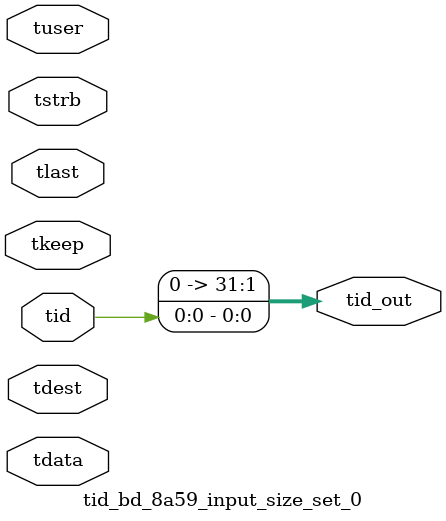
<source format=v>


`timescale 1ps/1ps

module tid_bd_8a59_input_size_set_0 #
(
parameter C_S_AXIS_TID_WIDTH   = 1,
parameter C_S_AXIS_TUSER_WIDTH = 0,
parameter C_S_AXIS_TDATA_WIDTH = 0,
parameter C_S_AXIS_TDEST_WIDTH = 0,
parameter C_M_AXIS_TID_WIDTH   = 32
)
(
input  [(C_S_AXIS_TID_WIDTH   == 0 ? 1 : C_S_AXIS_TID_WIDTH)-1:0       ] tid,
input  [(C_S_AXIS_TDATA_WIDTH == 0 ? 1 : C_S_AXIS_TDATA_WIDTH)-1:0     ] tdata,
input  [(C_S_AXIS_TUSER_WIDTH == 0 ? 1 : C_S_AXIS_TUSER_WIDTH)-1:0     ] tuser,
input  [(C_S_AXIS_TDEST_WIDTH == 0 ? 1 : C_S_AXIS_TDEST_WIDTH)-1:0     ] tdest,
input  [(C_S_AXIS_TDATA_WIDTH/8)-1:0 ] tkeep,
input  [(C_S_AXIS_TDATA_WIDTH/8)-1:0 ] tstrb,
input                                                                    tlast,
output [(C_M_AXIS_TID_WIDTH   == 0 ? 1 : C_M_AXIS_TID_WIDTH)-1:0       ] tid_out
);

assign tid_out = {tid[0:0]};

endmodule


</source>
